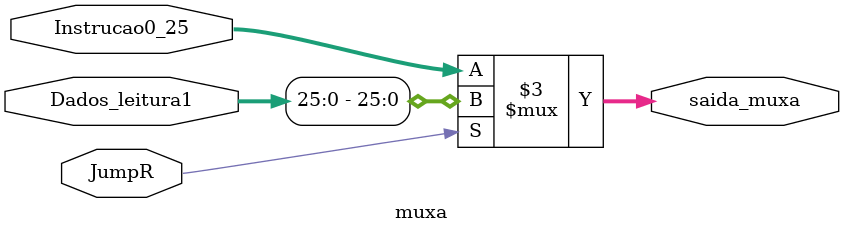
<source format=v>
module muxa (Instrucao0_25, Dados_leitura1, JumpR, saida_muxa);

	input [25:0] Instrucao0_25;
	input [31:0] Dados_leitura1;
	input JumpR;
	
	output reg [25:0] saida_muxa;
	
	always @ (*)
	begin
	
		if (JumpR) saida_muxa = Dados_leitura1[25:0];
		else saida_muxa = Instrucao0_25;
		
	end
	


endmodule 
</source>
